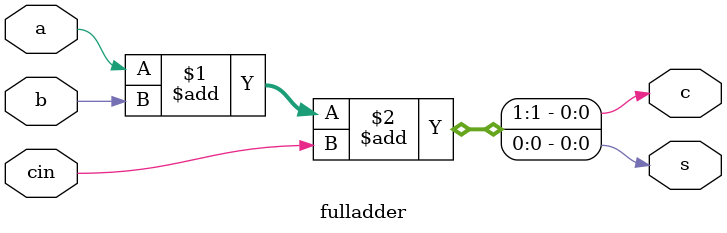
<source format=v>
module fulladder(s,c,a,b,cin);

output s,c;

input a,b,cin;

assign{c,s}=a+b+cin;

endmodule



</source>
